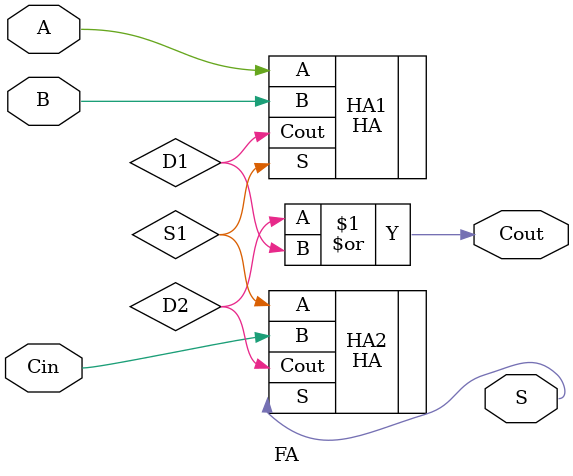
<source format=v>
`timescale 1ns / 1ps
module FA(
	input A, B, Cin,
	output S, Cout
    );
	 
	wire S1, D1, D2;
	
	// Hierarchical Design
	HA HA1 (.S(S1), .Cout(D1), .A(A), .B(B));
	HA HA2 (.S(S), .Cout(D2), .A(S1), .B(Cin));
	 
	or #5 (Cout, D2, D1);
	
	// Dataflow Design
	

endmodule

</source>
